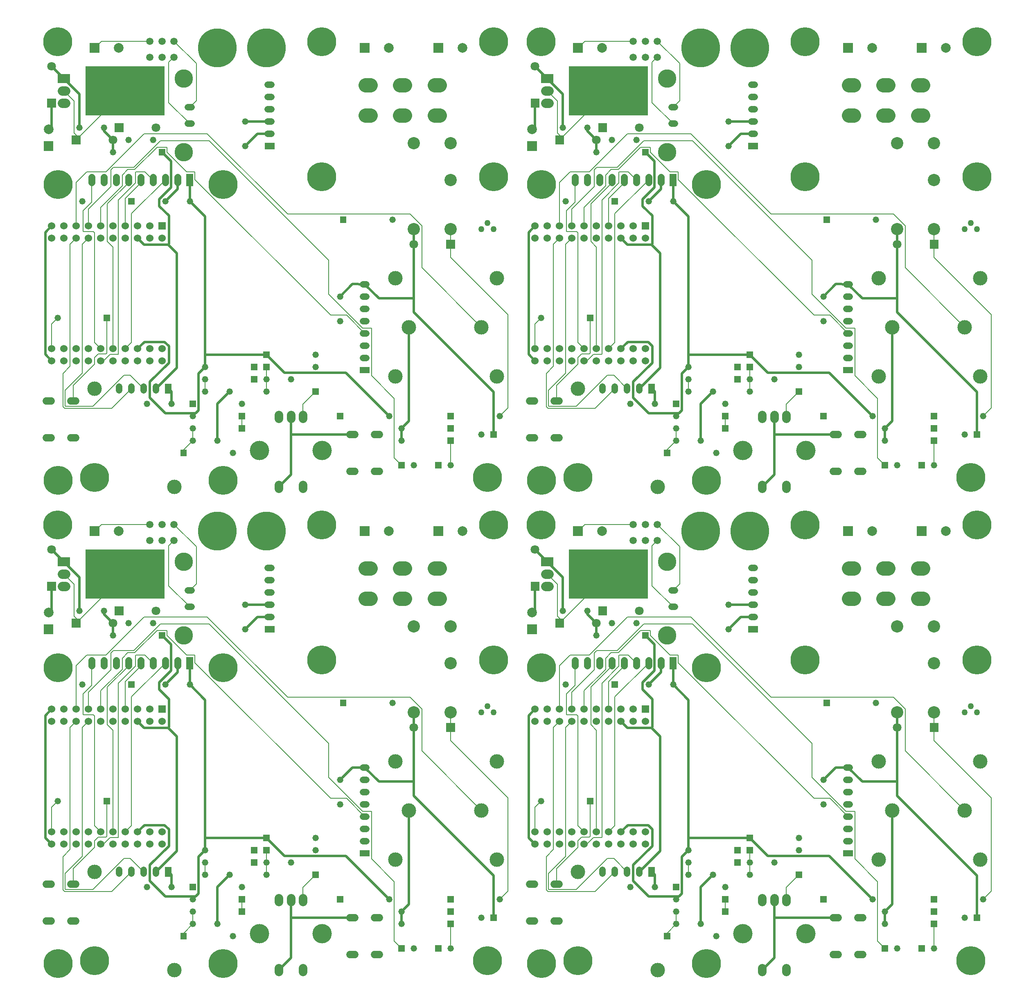
<source format=gtl>
%FSLAX24Y24*%
%MOIN*%
%ADD10C,0.0079*%
%ADD11C,0.0199*%
%ADD12C,0.0500*%
%ADD13C,0.0520*%
%ADD14C,0.0550*%
%ADD15C,0.0591*%
%ADD16C,0.0600*%
%ADD17C,0.0700*%
%ADD18C,0.0709*%
%ADD19C,0.0750*%
%ADD20C,0.0787*%
%ADD21C,0.1000*%
%ADD22C,0.1181*%
%ADD23C,0.1500*%
%ADD24C,0.1575*%
%ADD25C,0.2362*%
%ADD26C,0.3150*%
D10*
G01X4500Y21500D02*
X4000Y21000D01*
X4500Y23858D02*
X4500Y22500D01*
X4750Y26250D02*
X4751Y24436D01*
X4058Y23743D01*
X4850Y7810D02*
X7381Y10340D01*
X4879Y22042D02*
X5000Y21921D01*
X5000Y11239D02*
X5000Y11761D01*
X5297Y12058D01*
X5000Y13000D02*
X5500Y12500D01*
X5000Y21921D02*
X5000Y13000D01*
X5000Y37000D02*
X5550Y37550D01*
X5297Y12058D02*
X5937Y12058D01*
X5500Y22500D02*
X5500Y24003D01*
X7251Y25753D01*
X5550Y37550D02*
X9500Y37549D01*
X5728Y11500D02*
X5500Y11500D01*
X5913Y26900D02*
X4354Y26900D01*
X5937Y12058D02*
X6000Y12121D01*
X6000Y15000D01*
X6045Y21222D02*
X6045Y24291D01*
X7751Y25997D01*
X6270Y12042D02*
X5728Y11500D01*
X6335Y25693D02*
X4500Y23858D01*
X6335Y27066D02*
X6335Y25693D01*
X6379Y7630D02*
X8000Y9250D01*
X6500Y12500D02*
X6500Y20766D01*
X6045Y21222D01*
X6500Y32500D02*
X3703Y29703D01*
X6500Y33500D02*
X6500Y32500D01*
X6535Y27266D02*
X6335Y27066D01*
X6921Y12042D02*
X6270Y12042D01*
X6942Y12063D02*
X6921Y12042D01*
X6942Y24613D02*
X6942Y12063D01*
X7251Y25753D02*
X7251Y26648D01*
X7689Y27087D01*
X7381Y10340D02*
X7911Y10340D01*
X7500Y22500D02*
X7500Y24747D01*
X8751Y25997D01*
X7689Y27087D02*
X8277Y27087D01*
X7751Y25997D02*
X7750Y26250D01*
X7911Y10340D02*
X9000Y9250D01*
X8000Y13000D02*
X7500Y12500D01*
X8000Y23500D02*
X8000Y13000D01*
X8201Y27266D02*
X6535Y27266D01*
X8277Y27087D02*
X10092Y28902D01*
X8333Y26004D02*
X6942Y24613D01*
X8333Y26882D02*
X8333Y26004D01*
X8354Y26903D02*
X8333Y26882D01*
X8751Y25997D02*
X8750Y26250D01*
X9018Y30005D02*
X5913Y26900D01*
X9098Y26903D02*
X8354Y26903D01*
X9500Y33500D02*
X6500Y33500D01*
X9750Y26250D02*
X9098Y26903D01*
X10092Y28902D02*
X10881Y28902D01*
X10366Y29432D02*
X8201Y27266D01*
X10750Y26250D02*
X8000Y23500D01*
X10881Y28902D02*
X10902Y28881D01*
X10902Y28490D02*
X12496Y26895D01*
X10902Y28881D02*
X10902Y28490D01*
X11035Y32541D02*
X11035Y35818D01*
X11469Y36250D01*
X12251Y4251D02*
X12250Y4000D01*
X12496Y26895D02*
X13147Y26895D01*
X12750Y30825D02*
X11035Y32541D01*
X12750Y32175D02*
X13283Y32707D01*
X13000Y5000D02*
X12251Y4251D01*
X13000Y5000D02*
X13000Y6000D01*
X13147Y26895D02*
X13168Y26874D01*
X13168Y26282D02*
X24224Y15226D01*
X13168Y26874D02*
X13168Y26282D01*
X13283Y32707D02*
X13283Y35735D01*
X11469Y37549D01*
X14000Y9000D02*
X14000Y10000D01*
X14176Y30005D02*
X9018Y30005D01*
X14324Y29432D02*
X10366Y29432D01*
X1500Y12500D02*
X1500Y14500D01*
X2000Y15000D01*
X17000Y6000D02*
X17000Y7000D01*
X19000Y9000D02*
X19000Y10000D01*
X19000Y11000D01*
X20717Y23465D02*
X14176Y30005D01*
X21969Y7969D02*
X21969Y6959D01*
X23000Y9000D02*
X21969Y7969D01*
X24058Y16949D02*
X24058Y19698D01*
X14324Y29432D01*
X24224Y15226D02*
X25525Y15226D01*
X2425Y7757D02*
X2552Y7630D01*
X2425Y10483D02*
X2425Y7757D01*
X2552Y7630D02*
X6379Y7630D01*
X25525Y15226D02*
X27000Y13750D01*
X2605Y7831D02*
X2626Y7810D01*
X2605Y9110D02*
X2605Y7831D01*
X2626Y7810D02*
X4850Y7810D01*
X26840Y14167D02*
X24058Y16949D01*
X27530Y14167D02*
X26840Y14167D01*
X27551Y10294D02*
X27551Y14146D01*
X27530Y14167D01*
X29402Y8444D02*
X27551Y10294D01*
X29402Y3598D02*
X29402Y8444D01*
X3000Y11058D02*
X2425Y10483D01*
X3000Y21000D02*
X3000Y11058D01*
X30000Y3000D02*
X29402Y3598D01*
X30699Y23465D02*
X20717Y23465D01*
X31657Y19093D02*
X31657Y22507D01*
X30699Y23465D01*
X3250Y8250D02*
X3251Y9490D01*
X5000Y11239D01*
X3336Y30071D02*
X3336Y32664D01*
X2500Y33500D01*
X34000Y5000D02*
X34000Y3000D01*
X34000Y21000D02*
X34000Y19928D01*
X34000Y22250D02*
X34000Y21000D01*
X34000Y19928D02*
X38657Y15270D01*
X3500Y21500D02*
X3000Y21000D01*
X3500Y26046D02*
X3500Y22500D01*
X36500Y14250D02*
X31657Y19093D01*
X3703Y29703D02*
X3336Y30071D01*
X3703Y29703D02*
X3500Y29500D01*
X38657Y7657D02*
X38000Y7000D01*
X38657Y15270D02*
X38657Y7657D01*
X4000Y10505D02*
X2605Y9110D01*
X4000Y21000D02*
X4000Y10505D01*
X4058Y22063D02*
X4079Y22042D01*
X4058Y23743D02*
X4058Y22063D01*
X4079Y22042D02*
X4879Y22042D01*
X4354Y26900D02*
X3500Y26046D01*
X43870Y21500D02*
X43370Y21000D01*
X43870Y23858D02*
X43870Y22500D01*
X44120Y26250D02*
X44121Y24436D01*
X43428Y23743D01*
X44220Y7810D02*
X46751Y10340D01*
X44249Y22042D02*
X44370Y21921D01*
X44370Y11239D02*
X44370Y11761D01*
X44667Y12058D01*
X44370Y13000D02*
X44870Y12500D01*
X44370Y21921D02*
X44370Y13000D01*
X44370Y37000D02*
X44920Y37550D01*
X44667Y12058D02*
X45307Y12058D01*
X44870Y22500D02*
X44870Y24003D01*
X46621Y25753D01*
X44920Y37550D02*
X48870Y37549D01*
X45098Y11500D02*
X44870Y11500D01*
X45283Y26900D02*
X43724Y26900D01*
X45307Y12058D02*
X45370Y12121D01*
X45370Y15000D01*
X45415Y21222D02*
X45415Y24291D01*
X47121Y25997D01*
X45640Y12042D02*
X45098Y11500D01*
X45705Y25693D02*
X43870Y23858D01*
X45705Y27066D02*
X45705Y25693D01*
X45749Y7630D02*
X47370Y9250D01*
X45870Y12500D02*
X45870Y20766D01*
X45415Y21222D01*
X45870Y32500D02*
X43073Y29703D01*
X45870Y33500D02*
X45870Y32500D01*
X45906Y27266D02*
X45705Y27066D01*
X46291Y12042D02*
X45640Y12042D01*
X46312Y12063D02*
X46291Y12042D01*
X46312Y24613D02*
X46312Y12063D01*
X46621Y25753D02*
X46621Y26648D01*
X47059Y27087D01*
X46751Y10340D02*
X47281Y10340D01*
X46870Y22500D02*
X46870Y24747D01*
X48121Y25997D01*
X47059Y27087D02*
X47647Y27087D01*
X47121Y25997D02*
X47120Y26250D01*
X47281Y10340D02*
X48370Y9250D01*
X47370Y13000D02*
X46870Y12500D01*
X47370Y23500D02*
X47370Y13000D01*
X47571Y27266D02*
X45906Y27266D01*
X47647Y27087D02*
X49462Y28902D01*
X47703Y26004D02*
X46312Y24613D01*
X47703Y26882D02*
X47703Y26004D01*
X47724Y26903D02*
X47703Y26882D01*
X48121Y25997D02*
X48120Y26250D01*
X48388Y30005D02*
X45283Y26900D01*
X48469Y26903D02*
X47724Y26903D01*
X48870Y33500D02*
X45870Y33500D01*
X49120Y26250D02*
X48469Y26903D01*
X49462Y28902D02*
X50251Y28902D01*
X49736Y29432D02*
X47571Y27266D01*
X50120Y26250D02*
X47370Y23500D01*
X50251Y28902D02*
X50272Y28881D01*
X50272Y28490D02*
X51866Y26895D01*
X50272Y28881D02*
X50272Y28490D01*
X50406Y32541D02*
X50406Y35818D01*
X50839Y36250D01*
X51621Y4251D02*
X51620Y4000D01*
X51866Y26895D02*
X52517Y26895D01*
X52120Y30825D02*
X50406Y32541D01*
X52120Y32175D02*
X52654Y32707D01*
X52370Y5000D02*
X51621Y4251D01*
X52370Y5000D02*
X52370Y6000D01*
X52517Y26895D02*
X52538Y26874D01*
X52538Y26282D02*
X63594Y15226D01*
X52538Y26874D02*
X52538Y26282D01*
X52654Y32707D02*
X52654Y35735D01*
X50839Y37549D01*
X53370Y9000D02*
X53370Y10000D01*
X53546Y30005D02*
X48388Y30005D01*
X53694Y29432D02*
X49736Y29432D01*
X40870Y12500D02*
X40870Y14500D01*
X41370Y15000D01*
X56370Y6000D02*
X56370Y7000D01*
X58370Y9000D02*
X58370Y10000D01*
X58370Y11000D01*
X60087Y23465D02*
X53546Y30005D01*
X61339Y7969D02*
X61339Y6959D01*
X62370Y9000D02*
X61339Y7969D01*
X63428Y16949D02*
X63428Y19698D01*
X53694Y29432D01*
X63594Y15226D02*
X64895Y15226D01*
X41795Y7757D02*
X41923Y7630D01*
X41795Y10483D02*
X41795Y7757D01*
X41923Y7630D02*
X45749Y7630D01*
X64895Y15226D02*
X66370Y13750D01*
X41975Y7831D02*
X41996Y7810D01*
X41975Y9110D02*
X41975Y7831D01*
X41996Y7810D02*
X44220Y7810D01*
X66210Y14167D02*
X63428Y16949D01*
X66900Y14167D02*
X66210Y14167D01*
X66921Y10294D02*
X66921Y14146D01*
X66900Y14167D01*
X68772Y8444D02*
X66921Y10294D01*
X68772Y3598D02*
X68772Y8444D01*
X42370Y11058D02*
X41795Y10483D01*
X42370Y21000D02*
X42370Y11058D01*
X69370Y3000D02*
X68772Y3598D01*
X70070Y23465D02*
X60087Y23465D01*
X71028Y19093D02*
X71028Y22507D01*
X70070Y23465D01*
X42620Y8250D02*
X42621Y9490D01*
X44370Y11239D01*
X42706Y30071D02*
X42706Y32664D01*
X41870Y33500D01*
X73370Y5000D02*
X73370Y3000D01*
X73370Y21000D02*
X73370Y19928D01*
X73370Y22250D02*
X73370Y21000D01*
X73370Y19928D02*
X78028Y15270D01*
X42870Y21500D02*
X42370Y21000D01*
X42870Y26046D02*
X42870Y22500D01*
X75870Y14250D02*
X71028Y19093D01*
X43073Y29703D02*
X42706Y30071D01*
X43073Y29703D02*
X42870Y29500D01*
X78028Y7657D02*
X77370Y7000D01*
X78028Y15270D02*
X78028Y7657D01*
X43370Y10505D02*
X41975Y9110D01*
X43370Y21000D02*
X43370Y10505D01*
X43428Y22063D02*
X43449Y22042D01*
X43428Y23743D02*
X43428Y22063D01*
X43449Y22042D02*
X44249Y22042D01*
X43724Y26900D02*
X42870Y26046D01*
X4500Y60870D02*
X4000Y60370D01*
X4500Y63228D02*
X4500Y61870D01*
X4750Y65620D02*
X4751Y63806D01*
X4058Y63113D01*
X4850Y47180D02*
X7381Y49710D01*
X4879Y61412D02*
X5000Y61291D01*
X5000Y50609D02*
X5000Y51131D01*
X5297Y51428D01*
X5000Y52370D02*
X5500Y51870D01*
X5000Y61291D02*
X5000Y52370D01*
X5000Y76370D02*
X5550Y76920D01*
X5297Y51428D02*
X5937Y51428D01*
X5500Y61870D02*
X5500Y63373D01*
X7251Y65123D01*
X5550Y76920D02*
X9500Y76919D01*
X5728Y50870D02*
X5500Y50870D01*
X5913Y66270D02*
X4354Y66270D01*
X5937Y51428D02*
X6000Y51491D01*
X6000Y54370D01*
X6045Y60592D02*
X6045Y63661D01*
X7751Y65367D01*
X6270Y51412D02*
X5728Y50870D01*
X6335Y65063D02*
X4500Y63228D01*
X6335Y66436D02*
X6335Y65063D01*
X6379Y47000D02*
X8000Y48620D01*
X6500Y51870D02*
X6500Y60136D01*
X6045Y60592D01*
X6500Y71870D02*
X3703Y69073D01*
X6500Y72870D02*
X6500Y71870D01*
X6535Y66636D02*
X6335Y66436D01*
X6921Y51412D02*
X6270Y51412D01*
X6942Y51433D02*
X6921Y51412D01*
X6942Y63983D02*
X6942Y51433D01*
X7251Y65123D02*
X7251Y66018D01*
X7689Y66457D01*
X7381Y49710D02*
X7911Y49710D01*
X7500Y61870D02*
X7500Y64117D01*
X8751Y65367D01*
X7689Y66457D02*
X8277Y66457D01*
X7751Y65367D02*
X7750Y65620D01*
X7911Y49710D02*
X9000Y48620D01*
X8000Y52370D02*
X7500Y51870D01*
X8000Y62870D02*
X8000Y52370D01*
X8201Y66636D02*
X6535Y66636D01*
X8277Y66457D02*
X10092Y68272D01*
X8333Y65374D02*
X6942Y63983D01*
X8333Y66252D02*
X8333Y65374D01*
X8354Y66273D02*
X8333Y66252D01*
X8751Y65367D02*
X8750Y65620D01*
X9018Y69375D02*
X5913Y66270D01*
X9098Y66273D02*
X8354Y66273D01*
X9500Y72870D02*
X6500Y72870D01*
X9750Y65620D02*
X9098Y66273D01*
X10092Y68272D02*
X10881Y68272D01*
X10366Y68802D02*
X8201Y66636D01*
X10750Y65620D02*
X8000Y62870D01*
X10881Y68272D02*
X10902Y68251D01*
X10902Y67860D02*
X12496Y66265D01*
X10902Y68251D02*
X10902Y67860D01*
X11035Y71911D02*
X11035Y75188D01*
X11469Y75620D01*
X12251Y43621D02*
X12250Y43370D01*
X12496Y66265D02*
X13147Y66265D01*
X12750Y70195D02*
X11035Y71911D01*
X12750Y71545D02*
X13283Y72077D01*
X13000Y44370D02*
X12251Y43621D01*
X13000Y44370D02*
X13000Y45370D01*
X13147Y66265D02*
X13168Y66244D01*
X13168Y65652D02*
X24224Y54596D01*
X13168Y66244D02*
X13168Y65652D01*
X13283Y72077D02*
X13283Y75105D01*
X11469Y76919D01*
X14000Y48370D02*
X14000Y49370D01*
X14176Y69375D02*
X9018Y69375D01*
X14324Y68802D02*
X10366Y68802D01*
X1500Y51870D02*
X1500Y53870D01*
X2000Y54370D01*
X17000Y45370D02*
X17000Y46370D01*
X19000Y48370D02*
X19000Y49370D01*
X19000Y50370D01*
X20717Y62835D02*
X14176Y69375D01*
X21969Y47339D02*
X21969Y46329D01*
X23000Y48370D02*
X21969Y47339D01*
X24058Y56319D02*
X24058Y59068D01*
X14324Y68802D01*
X24224Y54596D02*
X25525Y54596D01*
X2425Y47127D02*
X2552Y47000D01*
X2425Y49853D02*
X2425Y47127D01*
X2552Y47000D02*
X6379Y47000D01*
X25525Y54596D02*
X27000Y53120D01*
X2605Y47201D02*
X2626Y47180D01*
X2605Y48480D02*
X2605Y47201D01*
X2626Y47180D02*
X4850Y47180D01*
X26840Y53537D02*
X24058Y56319D01*
X27530Y53537D02*
X26840Y53537D01*
X27551Y49664D02*
X27551Y53516D01*
X27530Y53537D01*
X29402Y47814D02*
X27551Y49664D01*
X29402Y42969D02*
X29402Y47814D01*
X3000Y50428D02*
X2425Y49853D01*
X3000Y60370D02*
X3000Y50428D01*
X30000Y42370D02*
X29402Y42969D01*
X30699Y62835D02*
X20717Y62835D01*
X31657Y58463D02*
X31657Y61877D01*
X30699Y62835D01*
X3250Y47620D02*
X3251Y48860D01*
X5000Y50609D01*
X3336Y69441D02*
X3336Y72034D01*
X2500Y72870D01*
X34000Y44370D02*
X34000Y42370D01*
X34000Y60370D02*
X34000Y59298D01*
X34000Y61620D02*
X34000Y60370D01*
X34000Y59298D02*
X38657Y54640D01*
X3500Y60870D02*
X3000Y60370D01*
X3500Y65416D02*
X3500Y61870D01*
X36500Y53620D02*
X31657Y58463D01*
X3703Y69073D02*
X3336Y69441D01*
X3703Y69073D02*
X3500Y68870D01*
X38657Y47028D02*
X38000Y46370D01*
X38657Y54640D02*
X38657Y47028D01*
X4000Y49875D02*
X2605Y48480D01*
X4000Y60370D02*
X4000Y49875D01*
X4058Y61433D02*
X4079Y61412D01*
X4058Y63113D02*
X4058Y61433D01*
X4079Y61412D02*
X4879Y61412D01*
X4354Y66270D02*
X3500Y65416D01*
X43870Y60870D02*
X43370Y60370D01*
X43870Y63228D02*
X43870Y61870D01*
X44120Y65620D02*
X44121Y63806D01*
X43428Y63113D01*
X44220Y47180D02*
X46751Y49710D01*
X44249Y61412D02*
X44370Y61291D01*
X44370Y50609D02*
X44370Y51131D01*
X44667Y51428D01*
X44370Y52370D02*
X44870Y51870D01*
X44370Y61291D02*
X44370Y52370D01*
X44370Y76370D02*
X44920Y76920D01*
X44667Y51428D02*
X45307Y51428D01*
X44870Y61870D02*
X44870Y63373D01*
X46621Y65123D01*
X44920Y76920D02*
X48870Y76919D01*
X45098Y50870D02*
X44870Y50870D01*
X45283Y66270D02*
X43724Y66270D01*
X45307Y51428D02*
X45370Y51491D01*
X45370Y54370D01*
X45415Y60592D02*
X45415Y63661D01*
X47121Y65367D01*
X45640Y51412D02*
X45098Y50870D01*
X45705Y65063D02*
X43870Y63228D01*
X45705Y66436D02*
X45705Y65063D01*
X45749Y47000D02*
X47370Y48620D01*
X45870Y51870D02*
X45870Y60136D01*
X45415Y60592D01*
X45870Y71870D02*
X43073Y69073D01*
X45870Y72870D02*
X45870Y71870D01*
X45906Y66636D02*
X45705Y66436D01*
X46291Y51412D02*
X45640Y51412D01*
X46312Y51433D02*
X46291Y51412D01*
X46312Y63983D02*
X46312Y51433D01*
X46621Y65123D02*
X46621Y66018D01*
X47059Y66457D01*
X46751Y49710D02*
X47281Y49710D01*
X46870Y61870D02*
X46870Y64117D01*
X48121Y65367D01*
X47059Y66457D02*
X47647Y66457D01*
X47121Y65367D02*
X47120Y65620D01*
X47281Y49710D02*
X48370Y48620D01*
X47370Y52370D02*
X46870Y51870D01*
X47370Y62870D02*
X47370Y52370D01*
X47571Y66636D02*
X45906Y66636D01*
X47647Y66457D02*
X49462Y68272D01*
X47703Y65374D02*
X46312Y63983D01*
X47703Y66252D02*
X47703Y65374D01*
X47724Y66273D02*
X47703Y66252D01*
X48121Y65367D02*
X48120Y65620D01*
X48388Y69375D02*
X45283Y66270D01*
X48469Y66273D02*
X47724Y66273D01*
X48870Y72870D02*
X45870Y72870D01*
X49120Y65620D02*
X48469Y66273D01*
X49462Y68272D02*
X50251Y68272D01*
X49736Y68802D02*
X47571Y66636D01*
X50120Y65620D02*
X47370Y62870D01*
X50251Y68272D02*
X50272Y68251D01*
X50272Y67860D02*
X51866Y66265D01*
X50272Y68251D02*
X50272Y67860D01*
X50406Y71911D02*
X50406Y75188D01*
X50839Y75620D01*
X51621Y43621D02*
X51620Y43370D01*
X51866Y66265D02*
X52517Y66265D01*
X52120Y70195D02*
X50406Y71911D01*
X52120Y71545D02*
X52654Y72077D01*
X52370Y44370D02*
X51621Y43621D01*
X52370Y44370D02*
X52370Y45370D01*
X52517Y66265D02*
X52538Y66244D01*
X52538Y65652D02*
X63594Y54596D01*
X52538Y66244D02*
X52538Y65652D01*
X52654Y72077D02*
X52654Y75105D01*
X50839Y76919D01*
X53370Y48370D02*
X53370Y49370D01*
X53546Y69375D02*
X48388Y69375D01*
X53694Y68802D02*
X49736Y68802D01*
X40870Y51870D02*
X40870Y53870D01*
X41370Y54370D01*
X56370Y45370D02*
X56370Y46370D01*
X58370Y48370D02*
X58370Y49370D01*
X58370Y50370D01*
X60087Y62835D02*
X53546Y69375D01*
X61339Y47339D02*
X61339Y46329D01*
X62370Y48370D02*
X61339Y47339D01*
X63428Y56319D02*
X63428Y59068D01*
X53694Y68802D01*
X63594Y54596D02*
X64895Y54596D01*
X41795Y47127D02*
X41923Y47000D01*
X41795Y49853D02*
X41795Y47127D01*
X41923Y47000D02*
X45749Y47000D01*
X64895Y54596D02*
X66370Y53120D01*
X41975Y47201D02*
X41996Y47180D01*
X41975Y48480D02*
X41975Y47201D01*
X41996Y47180D02*
X44220Y47180D01*
X66210Y53537D02*
X63428Y56319D01*
X66900Y53537D02*
X66210Y53537D01*
X66921Y49664D02*
X66921Y53516D01*
X66900Y53537D01*
X68772Y47814D02*
X66921Y49664D01*
X68772Y42969D02*
X68772Y47814D01*
X42370Y50428D02*
X41795Y49853D01*
X42370Y60370D02*
X42370Y50428D01*
X69370Y42370D02*
X68772Y42969D01*
X70070Y62835D02*
X60087Y62835D01*
X71028Y58463D02*
X71028Y61877D01*
X70070Y62835D01*
X42620Y47620D02*
X42621Y48860D01*
X44370Y50609D01*
X42706Y69441D02*
X42706Y72034D01*
X41870Y72870D01*
X73370Y44370D02*
X73370Y42370D01*
X73370Y60370D02*
X73370Y59298D01*
X73370Y61620D02*
X73370Y60370D01*
X73370Y59298D02*
X78028Y54640D01*
X42870Y60870D02*
X42370Y60370D01*
X42870Y65416D02*
X42870Y61870D01*
X75870Y53620D02*
X71028Y58463D01*
X43073Y69073D02*
X42706Y69441D01*
X43073Y69073D02*
X42870Y68870D01*
X78028Y47028D02*
X77370Y46370D01*
X78028Y54640D02*
X78028Y47028D01*
X43370Y49875D02*
X41975Y48480D01*
X43370Y60370D02*
X43370Y49875D01*
X43428Y61433D02*
X43449Y61412D01*
X43428Y63113D02*
X43428Y61433D01*
X43449Y61412D02*
X44249Y61412D01*
X43724Y66270D02*
X42870Y65416D01*
D11*
G01X5751Y30249D02*
X5750Y30500D01*
X6500Y28500D02*
X6500Y29500D01*
X5751Y30249D01*
X9029Y20971D02*
X8500Y21500D01*
X9046Y13046D02*
X8500Y12500D01*
X9500Y8500D02*
X9500Y9789D01*
X11049Y11337D01*
X980Y12020D02*
X980Y21980D01*
X1500Y22500D01*
X10270Y24094D02*
X11047Y23318D01*
X10270Y24673D02*
X10270Y24094D01*
X10500Y28500D02*
X11228Y27772D01*
X10709Y13046D02*
X9046Y13046D01*
X10769Y7231D02*
X9500Y8500D01*
X10991Y20971D02*
X9029Y20971D01*
X10991Y20971D02*
X11692Y20270D01*
X11000Y9250D02*
X11251Y9000D01*
X11047Y21028D02*
X10991Y20971D01*
X11047Y23318D02*
X11047Y21028D01*
X11049Y11337D02*
X11049Y12706D01*
X10709Y13046D01*
X11228Y25631D02*
X10270Y24673D01*
X11228Y27772D02*
X11228Y25631D01*
X11251Y9000D02*
X11250Y8000D01*
X11692Y10942D02*
X10000Y9250D01*
X11692Y20270D02*
X11692Y10942D01*
X11750Y26250D02*
X11751Y25500D01*
X10750Y24500D01*
X12750Y24500D02*
X14000Y23251D01*
X12750Y26250D02*
X12750Y24500D01*
X13000Y7231D02*
X10769Y7231D01*
X13000Y7231D02*
X13000Y7000D01*
X13231Y7231D02*
X13000Y7231D01*
X13462Y7462D02*
X13231Y7231D01*
X13462Y10462D02*
X13462Y7462D01*
X14000Y11000D02*
X13462Y10462D01*
X14000Y12000D02*
X14000Y11000D01*
X14000Y12000D02*
X19000Y12000D01*
X14000Y23251D02*
X14000Y12000D01*
X1500Y11500D02*
X980Y12020D01*
X1500Y30627D02*
X1250Y30378D01*
X1500Y32500D02*
X1500Y30627D01*
X15000Y5000D02*
X15000Y8000D01*
X16000Y9000D01*
X18251Y30000D02*
X17250Y29000D01*
X19000Y12000D02*
X20462Y10538D01*
X19250Y30000D02*
X18251Y30000D01*
X19250Y31000D02*
X17250Y31000D01*
X20462Y10538D02*
X25462Y10538D01*
X20984Y5500D02*
X20984Y2235D01*
X20984Y5500D02*
X26000Y5500D01*
X20984Y6959D02*
X20984Y5500D01*
X20984Y2235D02*
X20000Y1250D01*
X2500Y34500D02*
X1500Y35500D01*
X25000Y16750D02*
X26000Y17751D01*
X25462Y10538D02*
X29000Y7000D01*
X26000Y17751D02*
X27000Y17750D01*
X28150Y16601D01*
X31000Y16601D01*
X30000Y5000D02*
X30000Y6000D01*
X30594Y6594D01*
X30594Y14250D01*
X31000Y15451D02*
X31000Y16601D01*
X31000Y21000D01*
X31000Y22250D01*
X37500Y5500D02*
X37500Y8951D01*
X3750Y30500D02*
X3751Y33249D01*
X37500Y8951D02*
X31000Y15451D01*
X3751Y33249D02*
X2500Y34500D01*
X45121Y30249D02*
X45120Y30500D01*
X45870Y28500D02*
X45870Y29500D01*
X45121Y30249D01*
X48399Y20971D02*
X47870Y21500D01*
X48416Y13046D02*
X47870Y12500D01*
X48870Y8500D02*
X48870Y9789D01*
X50419Y11337D01*
X40350Y12020D02*
X40350Y21980D01*
X40870Y22500D01*
X49640Y24094D02*
X50417Y23318D01*
X49640Y24673D02*
X49640Y24094D01*
X49870Y28500D02*
X50598Y27772D01*
X50079Y13046D02*
X48416Y13046D01*
X50139Y7231D02*
X48870Y8500D01*
X50361Y20971D02*
X48399Y20971D01*
X50361Y20971D02*
X51062Y20270D01*
X50370Y9250D02*
X50621Y9000D01*
X50417Y21028D02*
X50361Y20971D01*
X50417Y23318D02*
X50417Y21028D01*
X50419Y11337D02*
X50419Y12706D01*
X50079Y13046D01*
X50598Y25631D02*
X49640Y24673D01*
X50598Y27772D02*
X50598Y25631D01*
X50621Y9000D02*
X50620Y8000D01*
X51062Y10942D02*
X49370Y9250D01*
X51062Y20270D02*
X51062Y10942D01*
X51120Y26250D02*
X51121Y25500D01*
X50120Y24500D01*
X52120Y24500D02*
X53370Y23251D01*
X52120Y26250D02*
X52120Y24500D01*
X52370Y7231D02*
X50139Y7231D01*
X52370Y7231D02*
X52370Y7000D01*
X52601Y7231D02*
X52370Y7231D01*
X52832Y7462D02*
X52601Y7231D01*
X52832Y10462D02*
X52832Y7462D01*
X53370Y11000D02*
X52832Y10462D01*
X53370Y12000D02*
X53370Y11000D01*
X53370Y12000D02*
X58370Y12000D01*
X53370Y23251D02*
X53370Y12000D01*
X40870Y11500D02*
X40350Y12020D01*
X40870Y30627D02*
X40620Y30378D01*
X40870Y32500D02*
X40870Y30627D01*
X54370Y5000D02*
X54370Y8000D01*
X55370Y9000D01*
X57621Y30000D02*
X56620Y29000D01*
X58370Y12000D02*
X59832Y10538D01*
X58620Y30000D02*
X57621Y30000D01*
X58620Y31000D02*
X56620Y31000D01*
X59832Y10538D02*
X64832Y10538D01*
X60354Y5500D02*
X60354Y2235D01*
X60354Y5500D02*
X65370Y5500D01*
X60354Y6959D02*
X60354Y5500D01*
X60354Y2235D02*
X59370Y1250D01*
X41870Y34500D02*
X40870Y35500D01*
X64370Y16750D02*
X65370Y17751D01*
X64832Y10538D02*
X68370Y7000D01*
X65370Y17751D02*
X66370Y17750D01*
X67520Y16601D01*
X70370Y16601D01*
X69370Y5000D02*
X69370Y6000D01*
X69965Y6594D01*
X69965Y14250D01*
X70370Y15451D02*
X70370Y16601D01*
X70370Y21000D01*
X70370Y22250D01*
X76870Y5500D02*
X76870Y8951D01*
X43120Y30500D02*
X43121Y33249D01*
X76870Y8951D02*
X70370Y15451D01*
X43121Y33249D02*
X41870Y34500D01*
X5751Y69619D02*
X5750Y69870D01*
X6500Y67870D02*
X6500Y68870D01*
X5751Y69619D01*
X9029Y60341D02*
X8500Y60870D01*
X9046Y52416D02*
X8500Y51870D01*
X9500Y47870D02*
X9500Y49159D01*
X11049Y50707D01*
X980Y51390D02*
X980Y61350D01*
X1500Y61870D01*
X10270Y63465D02*
X11047Y62688D01*
X10270Y64043D02*
X10270Y63465D01*
X10500Y67870D02*
X11228Y67142D01*
X10709Y52416D02*
X9046Y52416D01*
X10769Y46601D02*
X9500Y47870D01*
X10991Y60341D02*
X9029Y60341D01*
X10991Y60341D02*
X11692Y59640D01*
X11000Y48620D02*
X11251Y48370D01*
X11047Y60398D02*
X10991Y60341D01*
X11047Y62688D02*
X11047Y60398D01*
X11049Y50707D02*
X11049Y52076D01*
X10709Y52416D01*
X11228Y65001D02*
X10270Y64043D01*
X11228Y67142D02*
X11228Y65001D01*
X11251Y48370D02*
X11250Y47370D01*
X11692Y50312D02*
X10000Y48620D01*
X11692Y59640D02*
X11692Y50312D01*
X11750Y65620D02*
X11751Y64870D01*
X10750Y63870D01*
X12750Y63870D02*
X14000Y62621D01*
X12750Y65620D02*
X12750Y63870D01*
X13000Y46601D02*
X10769Y46601D01*
X13000Y46601D02*
X13000Y46370D01*
X13231Y46601D02*
X13000Y46601D01*
X13462Y46832D02*
X13231Y46601D01*
X13462Y49832D02*
X13462Y46832D01*
X14000Y50370D02*
X13462Y49832D01*
X14000Y51370D02*
X14000Y50370D01*
X14000Y51370D02*
X19000Y51370D01*
X14000Y62621D02*
X14000Y51370D01*
X1500Y50870D02*
X980Y51390D01*
X1500Y69997D02*
X1250Y69748D01*
X1500Y71870D02*
X1500Y69997D01*
X15000Y44370D02*
X15000Y47370D01*
X16000Y48370D01*
X18251Y69370D02*
X17250Y68370D01*
X19000Y51370D02*
X20462Y49908D01*
X19250Y69370D02*
X18251Y69370D01*
X19250Y70370D02*
X17250Y70370D01*
X20462Y49908D02*
X25462Y49908D01*
X20984Y44870D02*
X20984Y41605D01*
X20984Y44870D02*
X26000Y44870D01*
X20984Y46329D02*
X20984Y44870D01*
X20984Y41605D02*
X20000Y40620D01*
X2500Y73870D02*
X1500Y74870D01*
X25000Y56120D02*
X26000Y57121D01*
X25462Y49908D02*
X29000Y46370D01*
X26000Y57121D02*
X27000Y57120D01*
X28150Y55971D01*
X31000Y55971D01*
X30000Y44370D02*
X30000Y45370D01*
X30594Y45965D01*
X30594Y53620D01*
X31000Y54822D02*
X31000Y55971D01*
X31000Y60370D01*
X31000Y61620D01*
X37500Y44870D02*
X37500Y48322D01*
X3750Y69870D02*
X3751Y72619D01*
X37500Y48322D02*
X31000Y54822D01*
X3751Y72619D02*
X2500Y73870D01*
X45121Y69619D02*
X45120Y69870D01*
X45870Y67870D02*
X45870Y68870D01*
X45121Y69619D01*
X48399Y60341D02*
X47870Y60870D01*
X48416Y52416D02*
X47870Y51870D01*
X48870Y47870D02*
X48870Y49159D01*
X50419Y50707D01*
X40350Y51390D02*
X40350Y61350D01*
X40870Y61870D01*
X49640Y63465D02*
X50417Y62688D01*
X49640Y64043D02*
X49640Y63465D01*
X49870Y67870D02*
X50598Y67142D01*
X50079Y52416D02*
X48416Y52416D01*
X50139Y46601D02*
X48870Y47870D01*
X50361Y60341D02*
X48399Y60341D01*
X50361Y60341D02*
X51062Y59640D01*
X50370Y48620D02*
X50621Y48370D01*
X50417Y60398D02*
X50361Y60341D01*
X50417Y62688D02*
X50417Y60398D01*
X50419Y50707D02*
X50419Y52076D01*
X50079Y52416D01*
X50598Y65001D02*
X49640Y64043D01*
X50598Y67142D02*
X50598Y65001D01*
X50621Y48370D02*
X50620Y47370D01*
X51062Y50312D02*
X49370Y48620D01*
X51062Y59640D02*
X51062Y50312D01*
X51120Y65620D02*
X51121Y64870D01*
X50120Y63870D01*
X52120Y63870D02*
X53370Y62621D01*
X52120Y65620D02*
X52120Y63870D01*
X52370Y46601D02*
X50139Y46601D01*
X52370Y46601D02*
X52370Y46370D01*
X52601Y46601D02*
X52370Y46601D01*
X52832Y46832D02*
X52601Y46601D01*
X52832Y49832D02*
X52832Y46832D01*
X53370Y50370D02*
X52832Y49832D01*
X53370Y51370D02*
X53370Y50370D01*
X53370Y51370D02*
X58370Y51370D01*
X53370Y62621D02*
X53370Y51370D01*
X40870Y50870D02*
X40350Y51390D01*
X40870Y69997D02*
X40620Y69748D01*
X40870Y71870D02*
X40870Y69997D01*
X54370Y44370D02*
X54370Y47370D01*
X55370Y48370D01*
X57621Y69370D02*
X56620Y68370D01*
X58370Y51370D02*
X59832Y49908D01*
X58620Y69370D02*
X57621Y69370D01*
X58620Y70370D02*
X56620Y70370D01*
X59832Y49908D02*
X64832Y49908D01*
X60354Y44870D02*
X60354Y41605D01*
X60354Y44870D02*
X65370Y44870D01*
X60354Y46329D02*
X60354Y44870D01*
X60354Y41605D02*
X59370Y40620D01*
X41870Y73870D02*
X40870Y74870D01*
X64370Y56120D02*
X65370Y57121D01*
X64832Y49908D02*
X68370Y46370D01*
X65370Y57121D02*
X66370Y57120D01*
X67520Y55971D01*
X70370Y55971D01*
X69370Y44370D02*
X69370Y45370D01*
X69965Y45965D01*
X69965Y53620D01*
X70370Y54822D02*
X70370Y55971D01*
X70370Y60370D01*
X70370Y61620D01*
X76870Y44870D02*
X76870Y48322D01*
X43120Y69870D02*
X43121Y72619D01*
X76870Y48322D02*
X70370Y54822D01*
X43121Y72619D02*
X41870Y73870D01*
D12*
G01X37500Y22250D03*
X36500Y22250D03*
X37000Y22750D03*
X76870Y22250D03*
X75870Y22250D03*
X76370Y22750D03*
X37500Y61620D03*
X36500Y61620D03*
X37000Y62120D03*
X76870Y61620D03*
X75870Y61620D03*
X76370Y62120D03*
D13*
G01X17000Y8000D03*
X2000Y15000D03*
X17250Y31000D03*
X17250Y29000D03*
X5750Y30500D03*
X3750Y30500D03*
X4000Y24500D03*
X26860Y16750D02*
X27140Y16750D01*
X26860Y15750D02*
X27140Y15750D01*
X26860Y11750D02*
X27140Y11750D01*
X26860Y13750D02*
X27140Y13750D01*
X26860Y17750D02*
X27140Y17750D01*
X26860Y14750D02*
X27140Y14750D01*
X26860Y12750D02*
X27140Y12750D01*
X38000Y7000D03*
X23000Y12000D03*
X10750Y24500D03*
X12750Y24500D03*
X9250Y8000D03*
X11250Y8000D03*
X16250Y4000D03*
X34000Y3000D03*
X14000Y10000D03*
X7750Y29500D03*
X9750Y29500D03*
X7000Y9110D02*
X7000Y9390D01*
X8000Y9110D02*
X8000Y9390D01*
X10000Y9110D02*
X10000Y9390D01*
X9000Y9110D02*
X9000Y9390D01*
X25000Y16750D03*
X25000Y14750D03*
X23000Y11000D03*
X29250Y23000D03*
X29000Y7000D03*
X13000Y7000D03*
X36500Y5500D03*
X6500Y28500D03*
X14000Y11000D03*
X13000Y6000D03*
X30000Y6000D03*
X16000Y9000D03*
X14000Y9000D03*
X31000Y3000D03*
X19000Y9000D03*
X21000Y10000D03*
X19000Y10000D03*
X30000Y5000D03*
X12610Y30825D02*
X12890Y30825D01*
X19110Y30000D02*
X19390Y30000D01*
X12610Y32175D02*
X12890Y32175D01*
X19110Y33000D02*
X19390Y33000D01*
X19110Y31000D02*
X19390Y31000D01*
X19110Y34000D02*
X19390Y34000D01*
X19110Y32000D02*
X19390Y32000D01*
X15000Y5000D03*
X13000Y5000D03*
X56370Y8000D03*
X41370Y15000D03*
X56620Y31000D03*
X56620Y29000D03*
X45120Y30500D03*
X43120Y30500D03*
X43370Y24500D03*
X66230Y16750D02*
X66510Y16750D01*
X66230Y15750D02*
X66510Y15750D01*
X66230Y11750D02*
X66510Y11750D01*
X66230Y13750D02*
X66510Y13750D01*
X66230Y17750D02*
X66510Y17750D01*
X66230Y14750D02*
X66510Y14750D01*
X66230Y12750D02*
X66510Y12750D01*
X77370Y7000D03*
X62370Y12000D03*
X50120Y24500D03*
X52120Y24500D03*
X48620Y8000D03*
X50620Y8000D03*
X55620Y4000D03*
X73370Y3000D03*
X53370Y10000D03*
X47120Y29500D03*
X49120Y29500D03*
X46370Y9110D02*
X46370Y9390D01*
X47370Y9110D02*
X47370Y9390D01*
X49370Y9110D02*
X49370Y9390D01*
X48370Y9110D02*
X48370Y9390D01*
X64370Y16750D03*
X64370Y14750D03*
X62370Y11000D03*
X68620Y23000D03*
X68370Y7000D03*
X52370Y7000D03*
X75870Y5500D03*
X45870Y28500D03*
X53370Y11000D03*
X52370Y6000D03*
X69370Y6000D03*
X55370Y9000D03*
X53370Y9000D03*
X70370Y3000D03*
X58370Y9000D03*
X60370Y10000D03*
X58370Y10000D03*
X69370Y5000D03*
X51980Y30825D02*
X52260Y30825D01*
X58480Y30000D02*
X58760Y30000D01*
X51980Y32175D02*
X52260Y32175D01*
X58480Y33000D02*
X58760Y33000D01*
X58480Y31000D02*
X58760Y31000D01*
X58480Y34000D02*
X58760Y34000D01*
X58480Y32000D02*
X58760Y32000D01*
X54370Y5000D03*
X52370Y5000D03*
X17000Y47370D03*
X2000Y54370D03*
X17250Y70370D03*
X17250Y68370D03*
X5750Y69870D03*
X3750Y69870D03*
X4000Y63870D03*
X26860Y56120D02*
X27140Y56120D01*
X26860Y55120D02*
X27140Y55120D01*
X26860Y51120D02*
X27140Y51120D01*
X26860Y53120D02*
X27140Y53120D01*
X26860Y57120D02*
X27140Y57120D01*
X26860Y54120D02*
X27140Y54120D01*
X26860Y52120D02*
X27140Y52120D01*
X38000Y46370D03*
X23000Y51370D03*
X10750Y63870D03*
X12750Y63870D03*
X9250Y47370D03*
X11250Y47370D03*
X16250Y43370D03*
X34000Y42370D03*
X14000Y49370D03*
X7750Y68870D03*
X9750Y68870D03*
X7000Y48480D02*
X7000Y48760D01*
X8000Y48480D02*
X8000Y48760D01*
X10000Y48480D02*
X10000Y48760D01*
X9000Y48480D02*
X9000Y48760D01*
X25000Y56120D03*
X25000Y54120D03*
X23000Y50370D03*
X29250Y62370D03*
X29000Y46370D03*
X13000Y46370D03*
X36500Y44870D03*
X6500Y67870D03*
X14000Y50370D03*
X13000Y45370D03*
X30000Y45370D03*
X16000Y48370D03*
X14000Y48370D03*
X31000Y42370D03*
X19000Y48370D03*
X21000Y49370D03*
X19000Y49370D03*
X30000Y44370D03*
X12610Y70195D02*
X12890Y70195D01*
X19110Y69370D02*
X19390Y69370D01*
X12610Y71545D02*
X12890Y71545D01*
X19110Y72370D02*
X19390Y72370D01*
X19110Y70370D02*
X19390Y70370D01*
X19110Y73370D02*
X19390Y73370D01*
X19110Y71370D02*
X19390Y71370D01*
X15000Y44370D03*
X13000Y44370D03*
X56370Y47370D03*
X41370Y54370D03*
X56620Y70370D03*
X56620Y68370D03*
X45120Y69870D03*
X43120Y69870D03*
X43370Y63870D03*
X66230Y56120D02*
X66510Y56120D01*
X66230Y55120D02*
X66510Y55120D01*
X66230Y51120D02*
X66510Y51120D01*
X66230Y53120D02*
X66510Y53120D01*
X66230Y57120D02*
X66510Y57120D01*
X66230Y54120D02*
X66510Y54120D01*
X66230Y52120D02*
X66510Y52120D01*
X77370Y46370D03*
X62370Y51370D03*
X50120Y63870D03*
X52120Y63870D03*
X48620Y47370D03*
X50620Y47370D03*
X55620Y43370D03*
X73370Y42370D03*
X53370Y49370D03*
X47120Y68870D03*
X49120Y68870D03*
X46370Y48480D02*
X46370Y48760D01*
X47370Y48480D02*
X47370Y48760D01*
X49370Y48480D02*
X49370Y48760D01*
X48370Y48480D02*
X48370Y48760D01*
X64370Y56120D03*
X64370Y54120D03*
X62370Y50370D03*
X68620Y62370D03*
X68370Y46370D03*
X52370Y46370D03*
X75870Y44870D03*
X45870Y67870D03*
X53370Y50370D03*
X52370Y45370D03*
X69370Y45370D03*
X55370Y48370D03*
X53370Y48370D03*
X70370Y42370D03*
X58370Y48370D03*
X60370Y49370D03*
X58370Y49370D03*
X69370Y44370D03*
X51980Y70195D02*
X52260Y70195D01*
X58480Y69370D02*
X58760Y69370D01*
X51980Y71545D02*
X52260Y71545D01*
X58480Y72370D02*
X58760Y72370D01*
X58480Y70370D02*
X58760Y70370D01*
X58480Y73370D02*
X58760Y73370D01*
X58480Y71370D02*
X58760Y71370D01*
X54370Y44370D03*
X52370Y44370D03*
D14*
G01X10750Y26025D02*
X10750Y26475D01*
X11750Y26025D02*
X11750Y26475D01*
X5750Y26025D02*
X5750Y26475D01*
X9750Y26025D02*
X9750Y26475D01*
X7750Y26025D02*
X7750Y26475D01*
X4750Y26025D02*
X4750Y26475D01*
X8750Y26025D02*
X8750Y26475D01*
X6750Y26025D02*
X6750Y26475D01*
X50120Y26025D02*
X50120Y26475D01*
X51120Y26025D02*
X51120Y26475D01*
X45120Y26025D02*
X45120Y26475D01*
X49120Y26025D02*
X49120Y26475D01*
X47120Y26025D02*
X47120Y26475D01*
X44120Y26025D02*
X44120Y26475D01*
X48120Y26025D02*
X48120Y26475D01*
X46120Y26025D02*
X46120Y26475D01*
X10750Y65395D02*
X10750Y65845D01*
X11750Y65395D02*
X11750Y65845D01*
X5750Y65395D02*
X5750Y65845D01*
X9750Y65395D02*
X9750Y65845D01*
X7750Y65395D02*
X7750Y65845D01*
X4750Y65395D02*
X4750Y65845D01*
X8750Y65395D02*
X8750Y65845D01*
X6750Y65395D02*
X6750Y65845D01*
X50120Y65395D02*
X50120Y65845D01*
X51120Y65395D02*
X51120Y65845D01*
X45120Y65395D02*
X45120Y65845D01*
X49120Y65395D02*
X49120Y65845D01*
X47120Y65395D02*
X47120Y65845D01*
X44120Y65395D02*
X44120Y65845D01*
X48120Y65395D02*
X48120Y65845D01*
X46120Y65395D02*
X46120Y65845D01*
D15*
G01X11469Y36250D03*
X11469Y37549D03*
X10484Y36250D03*
X9500Y36250D03*
X9500Y37549D03*
X10484Y37549D03*
X50839Y36250D03*
X50839Y37549D03*
X49854Y36250D03*
X48870Y36250D03*
X48870Y37549D03*
X49854Y37549D03*
X11469Y75620D03*
X11469Y76919D03*
X10484Y75620D03*
X9500Y75620D03*
X9500Y76919D03*
X10484Y76919D03*
X50839Y75620D03*
X50839Y76919D03*
X49854Y75620D03*
X48870Y75620D03*
X48870Y76919D03*
X49854Y76919D03*
D16*
G01X3450Y5250D02*
X3050Y5250D01*
X3450Y8250D02*
X3050Y8250D01*
X1450Y5250D02*
X1050Y5250D01*
X1450Y8250D02*
X1050Y8250D01*
X4500Y21500D03*
X9500Y21500D03*
X9500Y12500D03*
X7500Y12500D03*
X7500Y11500D03*
X8500Y11500D03*
X5500Y22500D03*
X4500Y11500D03*
X8500Y12500D03*
X1500Y21500D03*
X6500Y11500D03*
X10500Y21500D03*
X8500Y22500D03*
X3500Y21500D03*
X2500Y21500D03*
X10500Y11500D03*
X1500Y12500D03*
X5500Y12500D03*
X8500Y21500D03*
X4500Y12500D03*
X7500Y22500D03*
X7500Y21500D03*
X9500Y11500D03*
X2500Y12500D03*
X9500Y22500D03*
X6500Y21500D03*
X4500Y22500D03*
X6500Y22500D03*
X3500Y22500D03*
X3500Y11500D03*
X1500Y11500D03*
X6500Y12500D03*
X5500Y21500D03*
X3500Y12500D03*
X2500Y22500D03*
X5500Y11500D03*
X2500Y11500D03*
X10500Y12500D03*
X1500Y22500D03*
X28200Y2500D02*
X27800Y2500D01*
X28200Y5500D02*
X27800Y5500D01*
X26200Y2500D02*
X25800Y2500D01*
X26200Y5500D02*
X25800Y5500D01*
X42820Y5250D02*
X42420Y5250D01*
X42820Y8250D02*
X42420Y8250D01*
X40820Y5250D02*
X40420Y5250D01*
X40820Y8250D02*
X40420Y8250D01*
X43870Y21500D03*
X48870Y21500D03*
X48870Y12500D03*
X46870Y12500D03*
X46870Y11500D03*
X47870Y11500D03*
X44870Y22500D03*
X43870Y11500D03*
X47870Y12500D03*
X40870Y21500D03*
X45870Y11500D03*
X49870Y21500D03*
X47870Y22500D03*
X42870Y21500D03*
X41870Y21500D03*
X49870Y11500D03*
X40870Y12500D03*
X44870Y12500D03*
X47870Y21500D03*
X43870Y12500D03*
X46870Y22500D03*
X46870Y21500D03*
X48870Y11500D03*
X41870Y12500D03*
X48870Y22500D03*
X45870Y21500D03*
X43870Y22500D03*
X45870Y22500D03*
X42870Y22500D03*
X42870Y11500D03*
X40870Y11500D03*
X45870Y12500D03*
X44870Y21500D03*
X42870Y12500D03*
X41870Y22500D03*
X44870Y11500D03*
X41870Y11500D03*
X49870Y12500D03*
X40870Y22500D03*
X67570Y2500D02*
X67170Y2500D01*
X67570Y5500D02*
X67170Y5500D01*
X65570Y2500D02*
X65170Y2500D01*
X65570Y5500D02*
X65170Y5500D01*
X3450Y44620D02*
X3050Y44620D01*
X3450Y47620D02*
X3050Y47620D01*
X1450Y44620D02*
X1050Y44620D01*
X1450Y47620D02*
X1050Y47620D01*
X4500Y60870D03*
X9500Y60870D03*
X9500Y51870D03*
X7500Y51870D03*
X7500Y50870D03*
X8500Y50870D03*
X5500Y61870D03*
X4500Y50870D03*
X8500Y51870D03*
X1500Y60870D03*
X6500Y50870D03*
X10500Y60870D03*
X8500Y61870D03*
X3500Y60870D03*
X2500Y60870D03*
X10500Y50870D03*
X1500Y51870D03*
X5500Y51870D03*
X8500Y60870D03*
X4500Y51870D03*
X7500Y61870D03*
X7500Y60870D03*
X9500Y50870D03*
X2500Y51870D03*
X9500Y61870D03*
X6500Y60870D03*
X4500Y61870D03*
X6500Y61870D03*
X3500Y61870D03*
X3500Y50870D03*
X1500Y50870D03*
X6500Y51870D03*
X5500Y60870D03*
X3500Y51870D03*
X2500Y61870D03*
X5500Y50870D03*
X2500Y50870D03*
X10500Y51870D03*
X1500Y61870D03*
X28200Y41870D02*
X27800Y41870D01*
X28200Y44870D02*
X27800Y44870D01*
X26200Y41870D02*
X25800Y41870D01*
X26200Y44870D02*
X25800Y44870D01*
X42820Y44620D02*
X42420Y44620D01*
X42820Y47620D02*
X42420Y47620D01*
X40820Y44620D02*
X40420Y44620D01*
X40820Y47620D02*
X40420Y47620D01*
X43870Y60870D03*
X48870Y60870D03*
X48870Y51870D03*
X46870Y51870D03*
X46870Y50870D03*
X47870Y50870D03*
X44870Y61870D03*
X43870Y50870D03*
X47870Y51870D03*
X40870Y60870D03*
X45870Y50870D03*
X49870Y60870D03*
X47870Y61870D03*
X42870Y60870D03*
X41870Y60870D03*
X49870Y50870D03*
X40870Y51870D03*
X44870Y51870D03*
X47870Y60870D03*
X43870Y51870D03*
X46870Y61870D03*
X46870Y60870D03*
X48870Y50870D03*
X41870Y51870D03*
X48870Y61870D03*
X45870Y60870D03*
X43870Y61870D03*
X45870Y61870D03*
X42870Y61870D03*
X42870Y50870D03*
X40870Y50870D03*
X45870Y51870D03*
X44870Y60870D03*
X42870Y51870D03*
X41870Y61870D03*
X44870Y50870D03*
X41870Y50870D03*
X49870Y51870D03*
X40870Y61870D03*
X67570Y41870D02*
X67170Y41870D01*
X67570Y44870D02*
X67170Y44870D01*
X65570Y41870D02*
X65170Y41870D01*
X65570Y44870D02*
X65170Y44870D01*
D17*
G01X20000Y7109D02*
X20000Y6809D01*
X21969Y7109D02*
X21969Y6809D01*
X20000Y1400D02*
X20000Y1100D01*
X21969Y1400D02*
X21969Y1100D01*
X20984Y7109D02*
X20984Y6809D01*
X59370Y7109D02*
X59370Y6809D01*
X61339Y7109D02*
X61339Y6809D01*
X59370Y1400D02*
X59370Y1100D01*
X61339Y1400D02*
X61339Y1100D01*
X60354Y7109D02*
X60354Y6809D01*
X20000Y46479D02*
X20000Y46179D01*
X21969Y46479D02*
X21969Y46179D01*
X20000Y40770D02*
X20000Y40470D01*
X21969Y40770D02*
X21969Y40470D01*
X20984Y46479D02*
X20984Y46179D01*
X59370Y46479D02*
X59370Y46179D01*
X61339Y46479D02*
X61339Y46179D01*
X59370Y40770D02*
X59370Y40470D01*
X61339Y40770D02*
X61339Y40470D01*
X60354Y46479D02*
X60354Y46179D01*
D18*
G01X31000Y21000D03*
X10000Y30500D03*
X6500Y29500D03*
X1500Y35500D03*
X70370Y21000D03*
X49370Y30500D03*
X45870Y29500D03*
X40870Y35500D03*
X31000Y60370D03*
X10000Y69870D03*
X6500Y68870D03*
X1500Y74870D03*
X70370Y60370D03*
X49370Y69870D03*
X45870Y68870D03*
X40870Y74870D03*
D19*
G01X2625Y32500D02*
X2375Y32500D01*
X2625Y33500D02*
X2375Y33500D01*
X41995Y32500D02*
X41745Y32500D01*
X41995Y33500D02*
X41745Y33500D01*
X2625Y71870D02*
X2375Y71870D01*
X2625Y72870D02*
X2375Y72870D01*
X41995Y71870D02*
X41745Y71870D01*
X41995Y72870D02*
X41745Y72870D01*
D20*
G01X1250Y30378D03*
X28969Y37000D03*
X34968Y37000D03*
X6969Y37000D03*
X40620Y30378D03*
X68339Y37000D03*
X74339Y37000D03*
X46339Y37000D03*
X1250Y69748D03*
X28969Y76370D03*
X34968Y76370D03*
X6969Y76370D03*
X40620Y69748D03*
X68339Y76370D03*
X74339Y76370D03*
X46339Y76370D03*
D21*
G01X34000Y22250D03*
X31000Y22250D03*
X31000Y29250D03*
X34000Y29250D03*
X34000Y26250D03*
X73370Y22250D03*
X70370Y22250D03*
X70370Y29250D03*
X73370Y29250D03*
X73370Y26250D03*
X34000Y61620D03*
X31000Y61620D03*
X31000Y68620D03*
X34000Y68620D03*
X34000Y65620D03*
X73370Y61620D03*
X70370Y61620D03*
X70370Y68620D03*
X73370Y68620D03*
X73370Y65620D03*
D22*
G01X36500Y14250D03*
X30594Y14250D03*
X29500Y10250D03*
X37750Y18250D03*
X37750Y10250D03*
X29500Y18250D03*
X11500Y1250D03*
X5000Y9250D03*
X27447Y33980D02*
X27053Y33980D01*
X33085Y31500D02*
X32691Y31500D01*
X30266Y31500D02*
X29872Y31500D01*
X30266Y33980D02*
X29872Y33980D01*
X27447Y31500D02*
X27053Y31500D01*
X33085Y33980D02*
X32691Y33980D01*
X75870Y14250D03*
X69965Y14250D03*
X68870Y10250D03*
X77120Y18250D03*
X77120Y10250D03*
X68870Y18250D03*
X50870Y1250D03*
X44370Y9250D03*
X66817Y33980D02*
X66423Y33980D01*
X72455Y31500D02*
X72061Y31500D01*
X69636Y31500D02*
X69242Y31500D01*
X69636Y33980D02*
X69242Y33980D01*
X66817Y31500D02*
X66423Y31500D01*
X72455Y33980D02*
X72061Y33980D01*
X36500Y53620D03*
X30594Y53620D03*
X29500Y49620D03*
X37750Y57620D03*
X37750Y49620D03*
X29500Y57620D03*
X11500Y40620D03*
X5000Y48620D03*
X27447Y73350D02*
X27053Y73350D01*
X33085Y70870D02*
X32691Y70870D01*
X30266Y70870D02*
X29872Y70870D01*
X30266Y73350D02*
X29872Y73350D01*
X27447Y70870D02*
X27053Y70870D01*
X33085Y73350D02*
X32691Y73350D01*
X75870Y53620D03*
X69965Y53620D03*
X68870Y49620D03*
X77120Y57620D03*
X77120Y49620D03*
X68870Y57620D03*
X50870Y40620D03*
X44370Y48620D03*
X66817Y73350D02*
X66423Y73350D01*
X72455Y70870D02*
X72061Y70870D01*
X69636Y70870D02*
X69242Y70870D01*
X69636Y73350D02*
X69242Y73350D01*
X66817Y70870D02*
X66423Y70870D01*
X72455Y73350D02*
X72061Y73350D01*
D23*
G01X12250Y28500D03*
X12250Y34500D03*
X51620Y28500D03*
X51620Y34500D03*
X12250Y67870D03*
X12250Y73870D03*
X51620Y67870D03*
X51620Y73870D03*
D24*
G01X18425Y4203D03*
X23543Y4203D03*
X57795Y4203D03*
X62913Y4203D03*
X18425Y43573D03*
X23543Y43573D03*
X57795Y43573D03*
X62913Y43573D03*
D25*
G01X23500Y26500D03*
X37500Y26500D03*
X37000Y2000D03*
X23500Y37500D03*
X2037Y25856D03*
X2037Y1762D03*
X15463Y1762D03*
X15463Y25856D03*
X37500Y37500D03*
X5000Y2000D03*
X2000Y37500D03*
X62870Y26500D03*
X76870Y26500D03*
X76370Y2000D03*
X62870Y37500D03*
X41407Y25856D03*
X41407Y1762D03*
X54833Y1762D03*
X54833Y25856D03*
X76870Y37500D03*
X44370Y2000D03*
X41370Y37500D03*
X23500Y65870D03*
X37500Y65870D03*
X37000Y41370D03*
X23500Y76870D03*
X2037Y65226D03*
X2037Y41132D03*
X15463Y41132D03*
X15463Y65226D03*
X37500Y76870D03*
X5000Y41370D03*
X2000Y76870D03*
X62870Y65870D03*
X76870Y65870D03*
X76370Y41370D03*
X62870Y76870D03*
X41407Y65226D03*
X41407Y41132D03*
X54833Y41132D03*
X54833Y65226D03*
X76870Y76870D03*
X44370Y41370D03*
X41370Y76870D03*
D26*
G01X15000Y37000D03*
X19000Y37000D03*
X54370Y37000D03*
X58370Y37000D03*
X15000Y76370D03*
X19000Y76370D03*
X54370Y76370D03*
X58370Y76370D03*
G36*
X33645Y20645D02*
X34354Y20645D01*
X34354Y21354D01*
X33645Y21354D01*
X33645Y20645D01*
G37*
G36*
X13260Y8260D02*
X12740Y8260D01*
X12740Y7740D01*
X13260Y7740D01*
X13260Y8260D01*
G37*
G36*
X5740Y14740D02*
X6260Y14740D01*
X6260Y15260D01*
X5740Y15260D01*
X5740Y14740D01*
G37*
G36*
X856Y29393D02*
X856Y28606D01*
X1643Y28606D01*
X1643Y29393D01*
X856Y29393D01*
G37*
G36*
X7740Y24240D02*
X8260Y24240D01*
X8260Y24760D01*
X7740Y24760D01*
X7740Y24240D01*
G37*
G36*
X26600Y10490D02*
X27400Y10490D01*
X27400Y11010D01*
X26600Y11010D01*
X26600Y10490D01*
G37*
G36*
X34260Y7260D02*
X33740Y7260D01*
X33740Y6740D01*
X34260Y6740D01*
X34260Y7260D01*
G37*
G36*
X27393Y37393D02*
X26606Y37393D01*
X26606Y36606D01*
X27393Y36606D01*
X27393Y37393D01*
G37*
G36*
X19260Y12260D02*
X18740Y12260D01*
X18740Y11740D01*
X19260Y11740D01*
X19260Y12260D01*
G37*
G36*
X7354Y30854D02*
X6645Y30854D01*
X6645Y30145D01*
X7354Y30145D01*
X7354Y30854D01*
G37*
G36*
X12510Y4260D02*
X11990Y4260D01*
X11990Y3740D01*
X12510Y3740D01*
X12510Y4260D01*
G37*
G36*
X33260Y3260D02*
X32740Y3260D01*
X32740Y2740D01*
X33260Y2740D01*
X33260Y3260D01*
G37*
G36*
X17740Y9740D02*
X18260Y9740D01*
X18260Y10260D01*
X17740Y10260D01*
X17740Y9740D01*
G37*
G36*
X11260Y8850D02*
X11260Y9650D01*
X10740Y9650D01*
X10740Y8850D01*
X11260Y8850D01*
G37*
G36*
X10200Y22200D02*
X10800Y22200D01*
X10800Y22800D01*
X10200Y22800D01*
X10200Y22200D01*
G37*
G36*
X19260Y11260D02*
X18740Y11260D01*
X18740Y10740D01*
X19260Y10740D01*
X19260Y11260D01*
G37*
G36*
X33393Y37393D02*
X32606Y37393D01*
X32606Y36606D01*
X33393Y36606D01*
X33393Y37393D01*
G37*
G36*
X25510Y23260D02*
X24990Y23260D01*
X24990Y22740D01*
X25510Y22740D01*
X25510Y23260D01*
G37*
G36*
X25260Y7260D02*
X24740Y7260D01*
X24740Y6740D01*
X25260Y6740D01*
X25260Y7260D01*
G37*
G36*
X16740Y6740D02*
X17260Y6740D01*
X17260Y7260D01*
X16740Y7260D01*
X16740Y6740D01*
G37*
G36*
X3854Y29854D02*
X3145Y29854D01*
X3145Y29145D01*
X3854Y29145D01*
X3854Y29854D01*
G37*
G36*
X37240Y5240D02*
X37760Y5240D01*
X37760Y5760D01*
X37240Y5760D01*
X37240Y5240D01*
G37*
G36*
X10240Y28240D02*
X10760Y28240D01*
X10760Y28760D01*
X10240Y28760D01*
X10240Y28240D01*
G37*
G36*
X13025Y25750D02*
X13025Y26750D01*
X12475Y26750D01*
X12475Y25750D01*
X13025Y25750D01*
G37*
G36*
X17740Y10740D02*
X18260Y10740D01*
X18260Y11260D01*
X17740Y11260D01*
X17740Y10740D01*
G37*
G36*
X16740Y5740D02*
X17260Y5740D01*
X17260Y6260D01*
X16740Y6260D01*
X16740Y5740D01*
G37*
G36*
X1145Y32854D02*
X1145Y32145D01*
X1854Y32145D01*
X1854Y32854D01*
X1145Y32854D01*
G37*
G36*
X33740Y5740D02*
X34260Y5740D01*
X34260Y6260D01*
X33740Y6260D01*
X33740Y5740D01*
G37*
G36*
X30260Y3260D02*
X29740Y3260D01*
X29740Y2740D01*
X30260Y2740D01*
X30260Y3260D01*
G37*
G36*
X8750Y31500D02*
X8750Y35500D01*
X4250Y35500D01*
X4250Y31500D01*
X8750Y31500D01*
G37*
G36*
X10700Y31500D02*
X10700Y35500D01*
X8300Y35500D01*
X8300Y31500D01*
X10700Y31500D01*
G37*
G36*
X3000Y34125D02*
X3000Y34875D01*
X2000Y34875D01*
X2000Y34125D01*
X3000Y34125D01*
G37*
G36*
X22740Y8740D02*
X23260Y8740D01*
X23260Y9260D01*
X22740Y9260D01*
X22740Y8740D01*
G37*
G36*
X33740Y4740D02*
X34260Y4740D01*
X34260Y5260D01*
X33740Y5260D01*
X33740Y4740D01*
G37*
G36*
X5393Y37393D02*
X4606Y37393D01*
X4606Y36606D01*
X5393Y36606D01*
X5393Y37393D01*
G37*
G36*
X18850Y29260D02*
X18850Y28740D01*
X19650Y28740D01*
X19650Y29260D01*
X18850Y29260D01*
G37*
G36*
X73015Y20645D02*
X73724Y20645D01*
X73724Y21354D01*
X73015Y21354D01*
X73015Y20645D01*
G37*
G36*
X52630Y8260D02*
X52110Y8260D01*
X52110Y7740D01*
X52630Y7740D01*
X52630Y8260D01*
G37*
G36*
X45110Y14740D02*
X45630Y14740D01*
X45630Y15260D01*
X45110Y15260D01*
X45110Y14740D01*
G37*
G36*
X40226Y29393D02*
X40226Y28606D01*
X41013Y28606D01*
X41013Y29393D01*
X40226Y29393D01*
G37*
G36*
X47110Y24240D02*
X47630Y24240D01*
X47630Y24760D01*
X47110Y24760D01*
X47110Y24240D01*
G37*
G36*
X65970Y10490D02*
X66770Y10490D01*
X66770Y11010D01*
X65970Y11010D01*
X65970Y10490D01*
G37*
G36*
X73630Y7260D02*
X73110Y7260D01*
X73110Y6740D01*
X73630Y6740D01*
X73630Y7260D01*
G37*
G36*
X66763Y37393D02*
X65976Y37393D01*
X65976Y36606D01*
X66763Y36606D01*
X66763Y37393D01*
G37*
G36*
X58630Y12260D02*
X58110Y12260D01*
X58110Y11740D01*
X58630Y11740D01*
X58630Y12260D01*
G37*
G36*
X46724Y30854D02*
X46015Y30854D01*
X46015Y30145D01*
X46724Y30145D01*
X46724Y30854D01*
G37*
G36*
X51880Y4260D02*
X51360Y4260D01*
X51360Y3740D01*
X51880Y3740D01*
X51880Y4260D01*
G37*
G36*
X72630Y3260D02*
X72110Y3260D01*
X72110Y2740D01*
X72630Y2740D01*
X72630Y3260D01*
G37*
G36*
X57110Y9740D02*
X57630Y9740D01*
X57630Y10260D01*
X57110Y10260D01*
X57110Y9740D01*
G37*
G36*
X50630Y8850D02*
X50630Y9650D01*
X50110Y9650D01*
X50110Y8850D01*
X50630Y8850D01*
G37*
G36*
X49570Y22200D02*
X50170Y22200D01*
X50170Y22800D01*
X49570Y22800D01*
X49570Y22200D01*
G37*
G36*
X58630Y11260D02*
X58110Y11260D01*
X58110Y10740D01*
X58630Y10740D01*
X58630Y11260D01*
G37*
G36*
X72763Y37393D02*
X71976Y37393D01*
X71976Y36606D01*
X72763Y36606D01*
X72763Y37393D01*
G37*
G36*
X64880Y23260D02*
X64360Y23260D01*
X64360Y22740D01*
X64880Y22740D01*
X64880Y23260D01*
G37*
G36*
X64630Y7260D02*
X64110Y7260D01*
X64110Y6740D01*
X64630Y6740D01*
X64630Y7260D01*
G37*
G36*
X56110Y6740D02*
X56630Y6740D01*
X56630Y7260D01*
X56110Y7260D01*
X56110Y6740D01*
G37*
G36*
X43224Y29854D02*
X42515Y29854D01*
X42515Y29145D01*
X43224Y29145D01*
X43224Y29854D01*
G37*
G36*
X76610Y5240D02*
X77130Y5240D01*
X77130Y5760D01*
X76610Y5760D01*
X76610Y5240D01*
G37*
G36*
X49610Y28240D02*
X50130Y28240D01*
X50130Y28760D01*
X49610Y28760D01*
X49610Y28240D01*
G37*
G36*
X52395Y25750D02*
X52395Y26750D01*
X51845Y26750D01*
X51845Y25750D01*
X52395Y25750D01*
G37*
G36*
X57110Y10740D02*
X57630Y10740D01*
X57630Y11260D01*
X57110Y11260D01*
X57110Y10740D01*
G37*
G36*
X56110Y5740D02*
X56630Y5740D01*
X56630Y6260D01*
X56110Y6260D01*
X56110Y5740D01*
G37*
G36*
X40515Y32854D02*
X40515Y32145D01*
X41224Y32145D01*
X41224Y32854D01*
X40515Y32854D01*
G37*
G36*
X73110Y5740D02*
X73630Y5740D01*
X73630Y6260D01*
X73110Y6260D01*
X73110Y5740D01*
G37*
G36*
X69630Y3260D02*
X69110Y3260D01*
X69110Y2740D01*
X69630Y2740D01*
X69630Y3260D01*
G37*
G36*
X48120Y31500D02*
X48120Y35500D01*
X43620Y35500D01*
X43620Y31500D01*
X48120Y31500D01*
G37*
G36*
X50070Y31500D02*
X50070Y35500D01*
X47670Y35500D01*
X47670Y31500D01*
X50070Y31500D01*
G37*
G36*
X42370Y34125D02*
X42370Y34875D01*
X41370Y34875D01*
X41370Y34125D01*
X42370Y34125D01*
G37*
G36*
X62110Y8740D02*
X62630Y8740D01*
X62630Y9260D01*
X62110Y9260D01*
X62110Y8740D01*
G37*
G36*
X73110Y4740D02*
X73630Y4740D01*
X73630Y5260D01*
X73110Y5260D01*
X73110Y4740D01*
G37*
G36*
X44763Y37393D02*
X43976Y37393D01*
X43976Y36606D01*
X44763Y36606D01*
X44763Y37393D01*
G37*
G36*
X58220Y29260D02*
X58220Y28740D01*
X59020Y28740D01*
X59020Y29260D01*
X58220Y29260D01*
G37*
G36*
X33645Y60015D02*
X34354Y60015D01*
X34354Y60724D01*
X33645Y60724D01*
X33645Y60015D01*
G37*
G36*
X13260Y47630D02*
X12740Y47630D01*
X12740Y47110D01*
X13260Y47110D01*
X13260Y47630D01*
G37*
G36*
X5740Y54110D02*
X6260Y54110D01*
X6260Y54630D01*
X5740Y54630D01*
X5740Y54110D01*
G37*
G36*
X856Y68763D02*
X856Y67976D01*
X1643Y67976D01*
X1643Y68763D01*
X856Y68763D01*
G37*
G36*
X7740Y63610D02*
X8260Y63610D01*
X8260Y64130D01*
X7740Y64130D01*
X7740Y63610D01*
G37*
G36*
X26600Y49860D02*
X27400Y49860D01*
X27400Y50380D01*
X26600Y50380D01*
X26600Y49860D01*
G37*
G36*
X34260Y46630D02*
X33740Y46630D01*
X33740Y46110D01*
X34260Y46110D01*
X34260Y46630D01*
G37*
G36*
X27393Y76763D02*
X26606Y76763D01*
X26606Y75976D01*
X27393Y75976D01*
X27393Y76763D01*
G37*
G36*
X19260Y51630D02*
X18740Y51630D01*
X18740Y51110D01*
X19260Y51110D01*
X19260Y51630D01*
G37*
G36*
X7354Y70224D02*
X6645Y70224D01*
X6645Y69515D01*
X7354Y69515D01*
X7354Y70224D01*
G37*
G36*
X12510Y43630D02*
X11990Y43630D01*
X11990Y43110D01*
X12510Y43110D01*
X12510Y43630D01*
G37*
G36*
X33260Y42630D02*
X32740Y42630D01*
X32740Y42110D01*
X33260Y42110D01*
X33260Y42630D01*
G37*
G36*
X17740Y49110D02*
X18260Y49110D01*
X18260Y49630D01*
X17740Y49630D01*
X17740Y49110D01*
G37*
G36*
X11260Y48220D02*
X11260Y49020D01*
X10740Y49020D01*
X10740Y48220D01*
X11260Y48220D01*
G37*
G36*
X10200Y61570D02*
X10800Y61570D01*
X10800Y62170D01*
X10200Y62170D01*
X10200Y61570D01*
G37*
G36*
X19260Y50630D02*
X18740Y50630D01*
X18740Y50110D01*
X19260Y50110D01*
X19260Y50630D01*
G37*
G36*
X33393Y76763D02*
X32606Y76763D01*
X32606Y75976D01*
X33393Y75976D01*
X33393Y76763D01*
G37*
G36*
X25510Y62630D02*
X24990Y62630D01*
X24990Y62110D01*
X25510Y62110D01*
X25510Y62630D01*
G37*
G36*
X25260Y46630D02*
X24740Y46630D01*
X24740Y46110D01*
X25260Y46110D01*
X25260Y46630D01*
G37*
G36*
X16740Y46110D02*
X17260Y46110D01*
X17260Y46630D01*
X16740Y46630D01*
X16740Y46110D01*
G37*
G36*
X3854Y69224D02*
X3145Y69224D01*
X3145Y68515D01*
X3854Y68515D01*
X3854Y69224D01*
G37*
G36*
X37240Y44610D02*
X37760Y44610D01*
X37760Y45130D01*
X37240Y45130D01*
X37240Y44610D01*
G37*
G36*
X10240Y67610D02*
X10760Y67610D01*
X10760Y68130D01*
X10240Y68130D01*
X10240Y67610D01*
G37*
G36*
X13025Y65120D02*
X13025Y66120D01*
X12475Y66120D01*
X12475Y65120D01*
X13025Y65120D01*
G37*
G36*
X17740Y50110D02*
X18260Y50110D01*
X18260Y50630D01*
X17740Y50630D01*
X17740Y50110D01*
G37*
G36*
X16740Y45110D02*
X17260Y45110D01*
X17260Y45630D01*
X16740Y45630D01*
X16740Y45110D01*
G37*
G36*
X1145Y72224D02*
X1145Y71515D01*
X1854Y71515D01*
X1854Y72224D01*
X1145Y72224D01*
G37*
G36*
X33740Y45110D02*
X34260Y45110D01*
X34260Y45630D01*
X33740Y45630D01*
X33740Y45110D01*
G37*
G36*
X30260Y42630D02*
X29740Y42630D01*
X29740Y42110D01*
X30260Y42110D01*
X30260Y42630D01*
G37*
G36*
X8750Y70870D02*
X8750Y74870D01*
X4250Y74870D01*
X4250Y70870D01*
X8750Y70870D01*
G37*
G36*
X10700Y70870D02*
X10700Y74870D01*
X8300Y74870D01*
X8300Y70870D01*
X10700Y70870D01*
G37*
G36*
X3000Y73495D02*
X3000Y74245D01*
X2000Y74245D01*
X2000Y73495D01*
X3000Y73495D01*
G37*
G36*
X22740Y48110D02*
X23260Y48110D01*
X23260Y48630D01*
X22740Y48630D01*
X22740Y48110D01*
G37*
G36*
X33740Y44110D02*
X34260Y44110D01*
X34260Y44630D01*
X33740Y44630D01*
X33740Y44110D01*
G37*
G36*
X5393Y76763D02*
X4606Y76763D01*
X4606Y75976D01*
X5393Y75976D01*
X5393Y76763D01*
G37*
G36*
X18850Y68630D02*
X18850Y68110D01*
X19650Y68110D01*
X19650Y68630D01*
X18850Y68630D01*
G37*
G36*
X73015Y60015D02*
X73724Y60015D01*
X73724Y60724D01*
X73015Y60724D01*
X73015Y60015D01*
G37*
G36*
X52630Y47630D02*
X52110Y47630D01*
X52110Y47110D01*
X52630Y47110D01*
X52630Y47630D01*
G37*
G36*
X45110Y54110D02*
X45630Y54110D01*
X45630Y54630D01*
X45110Y54630D01*
X45110Y54110D01*
G37*
G36*
X40226Y68763D02*
X40226Y67976D01*
X41013Y67976D01*
X41013Y68763D01*
X40226Y68763D01*
G37*
G36*
X47110Y63610D02*
X47630Y63610D01*
X47630Y64130D01*
X47110Y64130D01*
X47110Y63610D01*
G37*
G36*
X65970Y49860D02*
X66770Y49860D01*
X66770Y50380D01*
X65970Y50380D01*
X65970Y49860D01*
G37*
G36*
X73630Y46630D02*
X73110Y46630D01*
X73110Y46110D01*
X73630Y46110D01*
X73630Y46630D01*
G37*
G36*
X66763Y76763D02*
X65976Y76763D01*
X65976Y75976D01*
X66763Y75976D01*
X66763Y76763D01*
G37*
G36*
X58630Y51630D02*
X58110Y51630D01*
X58110Y51110D01*
X58630Y51110D01*
X58630Y51630D01*
G37*
G36*
X46724Y70224D02*
X46015Y70224D01*
X46015Y69515D01*
X46724Y69515D01*
X46724Y70224D01*
G37*
G36*
X51880Y43630D02*
X51360Y43630D01*
X51360Y43110D01*
X51880Y43110D01*
X51880Y43630D01*
G37*
G36*
X72630Y42630D02*
X72110Y42630D01*
X72110Y42110D01*
X72630Y42110D01*
X72630Y42630D01*
G37*
G36*
X57110Y49110D02*
X57630Y49110D01*
X57630Y49630D01*
X57110Y49630D01*
X57110Y49110D01*
G37*
G36*
X50630Y48220D02*
X50630Y49020D01*
X50110Y49020D01*
X50110Y48220D01*
X50630Y48220D01*
G37*
G36*
X49570Y61570D02*
X50170Y61570D01*
X50170Y62170D01*
X49570Y62170D01*
X49570Y61570D01*
G37*
G36*
X58630Y50630D02*
X58110Y50630D01*
X58110Y50110D01*
X58630Y50110D01*
X58630Y50630D01*
G37*
G36*
X72763Y76763D02*
X71976Y76763D01*
X71976Y75976D01*
X72763Y75976D01*
X72763Y76763D01*
G37*
G36*
X64880Y62630D02*
X64360Y62630D01*
X64360Y62110D01*
X64880Y62110D01*
X64880Y62630D01*
G37*
G36*
X64630Y46630D02*
X64110Y46630D01*
X64110Y46110D01*
X64630Y46110D01*
X64630Y46630D01*
G37*
G36*
X56110Y46110D02*
X56630Y46110D01*
X56630Y46630D01*
X56110Y46630D01*
X56110Y46110D01*
G37*
G36*
X43224Y69224D02*
X42515Y69224D01*
X42515Y68515D01*
X43224Y68515D01*
X43224Y69224D01*
G37*
G36*
X76610Y44610D02*
X77130Y44610D01*
X77130Y45130D01*
X76610Y45130D01*
X76610Y44610D01*
G37*
G36*
X49610Y67610D02*
X50130Y67610D01*
X50130Y68130D01*
X49610Y68130D01*
X49610Y67610D01*
G37*
G36*
X52395Y65120D02*
X52395Y66120D01*
X51845Y66120D01*
X51845Y65120D01*
X52395Y65120D01*
G37*
G36*
X57110Y50110D02*
X57630Y50110D01*
X57630Y50630D01*
X57110Y50630D01*
X57110Y50110D01*
G37*
G36*
X56110Y45110D02*
X56630Y45110D01*
X56630Y45630D01*
X56110Y45630D01*
X56110Y45110D01*
G37*
G36*
X40515Y72224D02*
X40515Y71515D01*
X41224Y71515D01*
X41224Y72224D01*
X40515Y72224D01*
G37*
G36*
X73110Y45110D02*
X73630Y45110D01*
X73630Y45630D01*
X73110Y45630D01*
X73110Y45110D01*
G37*
G36*
X69630Y42630D02*
X69110Y42630D01*
X69110Y42110D01*
X69630Y42110D01*
X69630Y42630D01*
G37*
G36*
X48120Y70870D02*
X48120Y74870D01*
X43620Y74870D01*
X43620Y70870D01*
X48120Y70870D01*
G37*
G36*
X50070Y70870D02*
X50070Y74870D01*
X47670Y74870D01*
X47670Y70870D01*
X50070Y70870D01*
G37*
G36*
X42370Y73495D02*
X42370Y74245D01*
X41370Y74245D01*
X41370Y73495D01*
X42370Y73495D01*
G37*
G36*
X62110Y48110D02*
X62630Y48110D01*
X62630Y48630D01*
X62110Y48630D01*
X62110Y48110D01*
G37*
G36*
X73110Y44110D02*
X73630Y44110D01*
X73630Y44630D01*
X73110Y44630D01*
X73110Y44110D01*
G37*
G36*
X44763Y76763D02*
X43976Y76763D01*
X43976Y75976D01*
X44763Y75976D01*
X44763Y76763D01*
G37*
G36*
X58220Y68630D02*
X58220Y68110D01*
X59020Y68110D01*
X59020Y68630D01*
X58220Y68630D01*
G37*
M02*

</source>
